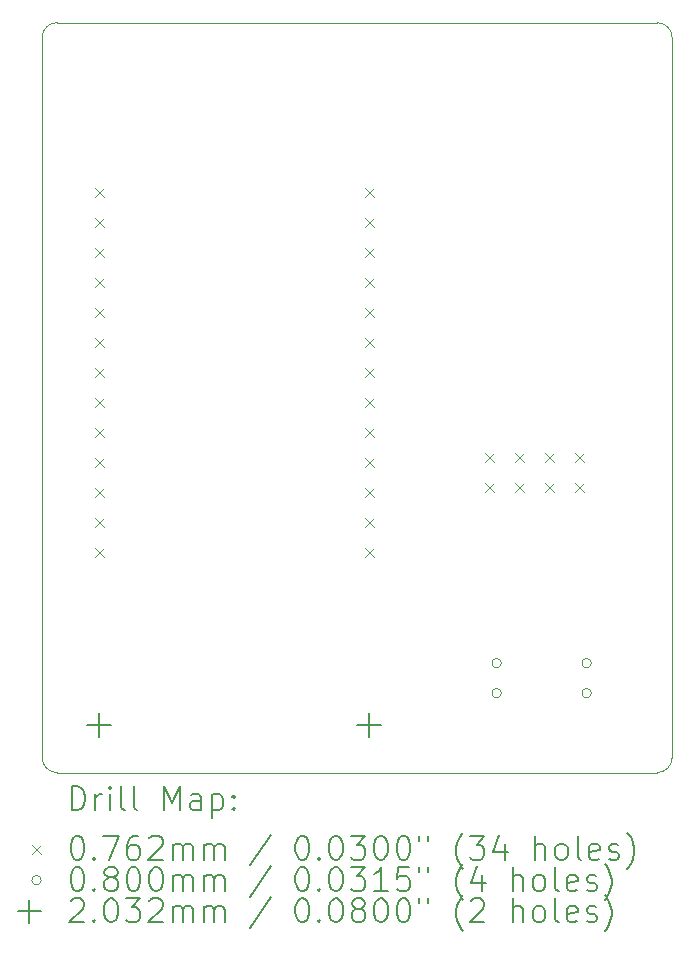
<source format=gbr>
%FSLAX45Y45*%
G04 Gerber Fmt 4.5, Leading zero omitted, Abs format (unit mm)*
G04 Created by KiCad (PCBNEW 5.99.0-unknown-9f841da98e~134~ubuntu20.04.1) date 2021-11-20 11:12:31*
%MOMM*%
%LPD*%
G01*
G04 APERTURE LIST*
%TA.AperFunction,Profile*%
%ADD10C,0.050000*%
%TD*%
%ADD11C,0.200000*%
%ADD12C,0.076200*%
%ADD13C,0.080000*%
%ADD14C,0.203200*%
G04 APERTURE END LIST*
D10*
X9271000Y-11303000D02*
X9271000Y-5207000D01*
X14478000Y-5080000D02*
G75*
G02*
X14605000Y-5207000I0J-127000D01*
G01*
X14605000Y-5207000D02*
X14605000Y-11303000D01*
X14605000Y-11303000D02*
G75*
G02*
X14478000Y-11430000I-127000J0D01*
G01*
X9398000Y-5080000D02*
X14478000Y-5080000D01*
X14478000Y-11430000D02*
X9398000Y-11430000D01*
X9398000Y-11430000D02*
G75*
G02*
X9271000Y-11303000I0J127000D01*
G01*
X9271000Y-5207000D02*
G75*
G02*
X9398000Y-5080000I127000J0D01*
G01*
D11*
D12*
X9715500Y-6477000D02*
X9791700Y-6553200D01*
X9791700Y-6477000D02*
X9715500Y-6553200D01*
X9715500Y-6731000D02*
X9791700Y-6807200D01*
X9791700Y-6731000D02*
X9715500Y-6807200D01*
X9715500Y-6985000D02*
X9791700Y-7061200D01*
X9791700Y-6985000D02*
X9715500Y-7061200D01*
X9715500Y-7239000D02*
X9791700Y-7315200D01*
X9791700Y-7239000D02*
X9715500Y-7315200D01*
X9715500Y-7493000D02*
X9791700Y-7569200D01*
X9791700Y-7493000D02*
X9715500Y-7569200D01*
X9715500Y-7747000D02*
X9791700Y-7823200D01*
X9791700Y-7747000D02*
X9715500Y-7823200D01*
X9715500Y-8001000D02*
X9791700Y-8077200D01*
X9791700Y-8001000D02*
X9715500Y-8077200D01*
X9715500Y-8255000D02*
X9791700Y-8331200D01*
X9791700Y-8255000D02*
X9715500Y-8331200D01*
X9715500Y-8509000D02*
X9791700Y-8585200D01*
X9791700Y-8509000D02*
X9715500Y-8585200D01*
X9715500Y-8763000D02*
X9791700Y-8839200D01*
X9791700Y-8763000D02*
X9715500Y-8839200D01*
X9715500Y-9017000D02*
X9791700Y-9093200D01*
X9791700Y-9017000D02*
X9715500Y-9093200D01*
X9715500Y-9271000D02*
X9791700Y-9347200D01*
X9791700Y-9271000D02*
X9715500Y-9347200D01*
X9715500Y-9525000D02*
X9791700Y-9601200D01*
X9791700Y-9525000D02*
X9715500Y-9601200D01*
X12001500Y-6477000D02*
X12077700Y-6553200D01*
X12077700Y-6477000D02*
X12001500Y-6553200D01*
X12001500Y-6731000D02*
X12077700Y-6807200D01*
X12077700Y-6731000D02*
X12001500Y-6807200D01*
X12001500Y-6985000D02*
X12077700Y-7061200D01*
X12077700Y-6985000D02*
X12001500Y-7061200D01*
X12001500Y-7239000D02*
X12077700Y-7315200D01*
X12077700Y-7239000D02*
X12001500Y-7315200D01*
X12001500Y-7493000D02*
X12077700Y-7569200D01*
X12077700Y-7493000D02*
X12001500Y-7569200D01*
X12001500Y-7747000D02*
X12077700Y-7823200D01*
X12077700Y-7747000D02*
X12001500Y-7823200D01*
X12001500Y-8001000D02*
X12077700Y-8077200D01*
X12077700Y-8001000D02*
X12001500Y-8077200D01*
X12001500Y-8255000D02*
X12077700Y-8331200D01*
X12077700Y-8255000D02*
X12001500Y-8331200D01*
X12001500Y-8509000D02*
X12077700Y-8585200D01*
X12077700Y-8509000D02*
X12001500Y-8585200D01*
X12001500Y-8763000D02*
X12077700Y-8839200D01*
X12077700Y-8763000D02*
X12001500Y-8839200D01*
X12001500Y-9017000D02*
X12077700Y-9093200D01*
X12077700Y-9017000D02*
X12001500Y-9093200D01*
X12001500Y-9271000D02*
X12077700Y-9347200D01*
X12077700Y-9271000D02*
X12001500Y-9347200D01*
X12001500Y-9525000D02*
X12077700Y-9601200D01*
X12077700Y-9525000D02*
X12001500Y-9601200D01*
X13017500Y-8724900D02*
X13093700Y-8801100D01*
X13093700Y-8724900D02*
X13017500Y-8801100D01*
X13017500Y-8978900D02*
X13093700Y-9055100D01*
X13093700Y-8978900D02*
X13017500Y-9055100D01*
X13271500Y-8724900D02*
X13347700Y-8801100D01*
X13347700Y-8724900D02*
X13271500Y-8801100D01*
X13271500Y-8978900D02*
X13347700Y-9055100D01*
X13347700Y-8978900D02*
X13271500Y-9055100D01*
X13525500Y-8724900D02*
X13601700Y-8801100D01*
X13601700Y-8724900D02*
X13525500Y-8801100D01*
X13525500Y-8978900D02*
X13601700Y-9055100D01*
X13601700Y-8978900D02*
X13525500Y-9055100D01*
X13779500Y-8724900D02*
X13855700Y-8801100D01*
X13855700Y-8724900D02*
X13779500Y-8801100D01*
X13779500Y-8978900D02*
X13855700Y-9055100D01*
X13855700Y-8978900D02*
X13779500Y-9055100D01*
D13*
X13159100Y-10502900D02*
G75*
G03*
X13159100Y-10502900I-40000J0D01*
G01*
X13159100Y-10756900D02*
G75*
G03*
X13159100Y-10756900I-40000J0D01*
G01*
X13921100Y-10502900D02*
G75*
G03*
X13921100Y-10502900I-40000J0D01*
G01*
X13921100Y-10756900D02*
G75*
G03*
X13921100Y-10756900I-40000J0D01*
G01*
D14*
X9753600Y-10922000D02*
X9753600Y-11125200D01*
X9652000Y-11023600D02*
X9855200Y-11023600D01*
X12039600Y-10922000D02*
X12039600Y-11125200D01*
X11938000Y-11023600D02*
X12141200Y-11023600D01*
D11*
X9521119Y-11747976D02*
X9521119Y-11547976D01*
X9568738Y-11547976D01*
X9597310Y-11557500D01*
X9616357Y-11576548D01*
X9625881Y-11595595D01*
X9635405Y-11633690D01*
X9635405Y-11662262D01*
X9625881Y-11700357D01*
X9616357Y-11719405D01*
X9597310Y-11738452D01*
X9568738Y-11747976D01*
X9521119Y-11747976D01*
X9721119Y-11747976D02*
X9721119Y-11614643D01*
X9721119Y-11652738D02*
X9730643Y-11633690D01*
X9740167Y-11624167D01*
X9759214Y-11614643D01*
X9778262Y-11614643D01*
X9844929Y-11747976D02*
X9844929Y-11614643D01*
X9844929Y-11547976D02*
X9835405Y-11557500D01*
X9844929Y-11567024D01*
X9854452Y-11557500D01*
X9844929Y-11547976D01*
X9844929Y-11567024D01*
X9968738Y-11747976D02*
X9949690Y-11738452D01*
X9940167Y-11719405D01*
X9940167Y-11547976D01*
X10073500Y-11747976D02*
X10054452Y-11738452D01*
X10044929Y-11719405D01*
X10044929Y-11547976D01*
X10302071Y-11747976D02*
X10302071Y-11547976D01*
X10368738Y-11690833D01*
X10435405Y-11547976D01*
X10435405Y-11747976D01*
X10616357Y-11747976D02*
X10616357Y-11643214D01*
X10606833Y-11624167D01*
X10587786Y-11614643D01*
X10549690Y-11614643D01*
X10530643Y-11624167D01*
X10616357Y-11738452D02*
X10597310Y-11747976D01*
X10549690Y-11747976D01*
X10530643Y-11738452D01*
X10521119Y-11719405D01*
X10521119Y-11700357D01*
X10530643Y-11681309D01*
X10549690Y-11671786D01*
X10597310Y-11671786D01*
X10616357Y-11662262D01*
X10711595Y-11614643D02*
X10711595Y-11814643D01*
X10711595Y-11624167D02*
X10730643Y-11614643D01*
X10768738Y-11614643D01*
X10787786Y-11624167D01*
X10797310Y-11633690D01*
X10806833Y-11652738D01*
X10806833Y-11709881D01*
X10797310Y-11728928D01*
X10787786Y-11738452D01*
X10768738Y-11747976D01*
X10730643Y-11747976D01*
X10711595Y-11738452D01*
X10892548Y-11728928D02*
X10902071Y-11738452D01*
X10892548Y-11747976D01*
X10883024Y-11738452D01*
X10892548Y-11728928D01*
X10892548Y-11747976D01*
X10892548Y-11624167D02*
X10902071Y-11633690D01*
X10892548Y-11643214D01*
X10883024Y-11633690D01*
X10892548Y-11624167D01*
X10892548Y-11643214D01*
D12*
X9187300Y-12039400D02*
X9263500Y-12115600D01*
X9263500Y-12039400D02*
X9187300Y-12115600D01*
D11*
X9559214Y-11967976D02*
X9578262Y-11967976D01*
X9597310Y-11977500D01*
X9606833Y-11987024D01*
X9616357Y-12006071D01*
X9625881Y-12044167D01*
X9625881Y-12091786D01*
X9616357Y-12129881D01*
X9606833Y-12148928D01*
X9597310Y-12158452D01*
X9578262Y-12167976D01*
X9559214Y-12167976D01*
X9540167Y-12158452D01*
X9530643Y-12148928D01*
X9521119Y-12129881D01*
X9511595Y-12091786D01*
X9511595Y-12044167D01*
X9521119Y-12006071D01*
X9530643Y-11987024D01*
X9540167Y-11977500D01*
X9559214Y-11967976D01*
X9711595Y-12148928D02*
X9721119Y-12158452D01*
X9711595Y-12167976D01*
X9702071Y-12158452D01*
X9711595Y-12148928D01*
X9711595Y-12167976D01*
X9787786Y-11967976D02*
X9921119Y-11967976D01*
X9835405Y-12167976D01*
X10083024Y-11967976D02*
X10044929Y-11967976D01*
X10025881Y-11977500D01*
X10016357Y-11987024D01*
X9997310Y-12015595D01*
X9987786Y-12053690D01*
X9987786Y-12129881D01*
X9997310Y-12148928D01*
X10006833Y-12158452D01*
X10025881Y-12167976D01*
X10063976Y-12167976D01*
X10083024Y-12158452D01*
X10092548Y-12148928D01*
X10102071Y-12129881D01*
X10102071Y-12082262D01*
X10092548Y-12063214D01*
X10083024Y-12053690D01*
X10063976Y-12044167D01*
X10025881Y-12044167D01*
X10006833Y-12053690D01*
X9997310Y-12063214D01*
X9987786Y-12082262D01*
X10178262Y-11987024D02*
X10187786Y-11977500D01*
X10206833Y-11967976D01*
X10254452Y-11967976D01*
X10273500Y-11977500D01*
X10283024Y-11987024D01*
X10292548Y-12006071D01*
X10292548Y-12025119D01*
X10283024Y-12053690D01*
X10168738Y-12167976D01*
X10292548Y-12167976D01*
X10378262Y-12167976D02*
X10378262Y-12034643D01*
X10378262Y-12053690D02*
X10387786Y-12044167D01*
X10406833Y-12034643D01*
X10435405Y-12034643D01*
X10454452Y-12044167D01*
X10463976Y-12063214D01*
X10463976Y-12167976D01*
X10463976Y-12063214D02*
X10473500Y-12044167D01*
X10492548Y-12034643D01*
X10521119Y-12034643D01*
X10540167Y-12044167D01*
X10549690Y-12063214D01*
X10549690Y-12167976D01*
X10644929Y-12167976D02*
X10644929Y-12034643D01*
X10644929Y-12053690D02*
X10654452Y-12044167D01*
X10673500Y-12034643D01*
X10702071Y-12034643D01*
X10721119Y-12044167D01*
X10730643Y-12063214D01*
X10730643Y-12167976D01*
X10730643Y-12063214D02*
X10740167Y-12044167D01*
X10759214Y-12034643D01*
X10787786Y-12034643D01*
X10806833Y-12044167D01*
X10816357Y-12063214D01*
X10816357Y-12167976D01*
X11206833Y-11958452D02*
X11035405Y-12215595D01*
X11463976Y-11967976D02*
X11483024Y-11967976D01*
X11502071Y-11977500D01*
X11511595Y-11987024D01*
X11521119Y-12006071D01*
X11530643Y-12044167D01*
X11530643Y-12091786D01*
X11521119Y-12129881D01*
X11511595Y-12148928D01*
X11502071Y-12158452D01*
X11483024Y-12167976D01*
X11463976Y-12167976D01*
X11444928Y-12158452D01*
X11435405Y-12148928D01*
X11425881Y-12129881D01*
X11416357Y-12091786D01*
X11416357Y-12044167D01*
X11425881Y-12006071D01*
X11435405Y-11987024D01*
X11444928Y-11977500D01*
X11463976Y-11967976D01*
X11616357Y-12148928D02*
X11625881Y-12158452D01*
X11616357Y-12167976D01*
X11606833Y-12158452D01*
X11616357Y-12148928D01*
X11616357Y-12167976D01*
X11749690Y-11967976D02*
X11768738Y-11967976D01*
X11787786Y-11977500D01*
X11797309Y-11987024D01*
X11806833Y-12006071D01*
X11816357Y-12044167D01*
X11816357Y-12091786D01*
X11806833Y-12129881D01*
X11797309Y-12148928D01*
X11787786Y-12158452D01*
X11768738Y-12167976D01*
X11749690Y-12167976D01*
X11730643Y-12158452D01*
X11721119Y-12148928D01*
X11711595Y-12129881D01*
X11702071Y-12091786D01*
X11702071Y-12044167D01*
X11711595Y-12006071D01*
X11721119Y-11987024D01*
X11730643Y-11977500D01*
X11749690Y-11967976D01*
X11883024Y-11967976D02*
X12006833Y-11967976D01*
X11940167Y-12044167D01*
X11968738Y-12044167D01*
X11987786Y-12053690D01*
X11997309Y-12063214D01*
X12006833Y-12082262D01*
X12006833Y-12129881D01*
X11997309Y-12148928D01*
X11987786Y-12158452D01*
X11968738Y-12167976D01*
X11911595Y-12167976D01*
X11892548Y-12158452D01*
X11883024Y-12148928D01*
X12130643Y-11967976D02*
X12149690Y-11967976D01*
X12168738Y-11977500D01*
X12178262Y-11987024D01*
X12187786Y-12006071D01*
X12197309Y-12044167D01*
X12197309Y-12091786D01*
X12187786Y-12129881D01*
X12178262Y-12148928D01*
X12168738Y-12158452D01*
X12149690Y-12167976D01*
X12130643Y-12167976D01*
X12111595Y-12158452D01*
X12102071Y-12148928D01*
X12092548Y-12129881D01*
X12083024Y-12091786D01*
X12083024Y-12044167D01*
X12092548Y-12006071D01*
X12102071Y-11987024D01*
X12111595Y-11977500D01*
X12130643Y-11967976D01*
X12321119Y-11967976D02*
X12340167Y-11967976D01*
X12359214Y-11977500D01*
X12368738Y-11987024D01*
X12378262Y-12006071D01*
X12387786Y-12044167D01*
X12387786Y-12091786D01*
X12378262Y-12129881D01*
X12368738Y-12148928D01*
X12359214Y-12158452D01*
X12340167Y-12167976D01*
X12321119Y-12167976D01*
X12302071Y-12158452D01*
X12292548Y-12148928D01*
X12283024Y-12129881D01*
X12273500Y-12091786D01*
X12273500Y-12044167D01*
X12283024Y-12006071D01*
X12292548Y-11987024D01*
X12302071Y-11977500D01*
X12321119Y-11967976D01*
X12463976Y-11967976D02*
X12463976Y-12006071D01*
X12540167Y-11967976D02*
X12540167Y-12006071D01*
X12835405Y-12244167D02*
X12825881Y-12234643D01*
X12806833Y-12206071D01*
X12797309Y-12187024D01*
X12787786Y-12158452D01*
X12778262Y-12110833D01*
X12778262Y-12072738D01*
X12787786Y-12025119D01*
X12797309Y-11996548D01*
X12806833Y-11977500D01*
X12825881Y-11948928D01*
X12835405Y-11939405D01*
X12892548Y-11967976D02*
X13016357Y-11967976D01*
X12949690Y-12044167D01*
X12978262Y-12044167D01*
X12997309Y-12053690D01*
X13006833Y-12063214D01*
X13016357Y-12082262D01*
X13016357Y-12129881D01*
X13006833Y-12148928D01*
X12997309Y-12158452D01*
X12978262Y-12167976D01*
X12921119Y-12167976D01*
X12902071Y-12158452D01*
X12892548Y-12148928D01*
X13187786Y-12034643D02*
X13187786Y-12167976D01*
X13140167Y-11958452D02*
X13092548Y-12101309D01*
X13216357Y-12101309D01*
X13444928Y-12167976D02*
X13444928Y-11967976D01*
X13530643Y-12167976D02*
X13530643Y-12063214D01*
X13521119Y-12044167D01*
X13502071Y-12034643D01*
X13473500Y-12034643D01*
X13454452Y-12044167D01*
X13444928Y-12053690D01*
X13654452Y-12167976D02*
X13635405Y-12158452D01*
X13625881Y-12148928D01*
X13616357Y-12129881D01*
X13616357Y-12072738D01*
X13625881Y-12053690D01*
X13635405Y-12044167D01*
X13654452Y-12034643D01*
X13683024Y-12034643D01*
X13702071Y-12044167D01*
X13711595Y-12053690D01*
X13721119Y-12072738D01*
X13721119Y-12129881D01*
X13711595Y-12148928D01*
X13702071Y-12158452D01*
X13683024Y-12167976D01*
X13654452Y-12167976D01*
X13835405Y-12167976D02*
X13816357Y-12158452D01*
X13806833Y-12139405D01*
X13806833Y-11967976D01*
X13987786Y-12158452D02*
X13968738Y-12167976D01*
X13930643Y-12167976D01*
X13911595Y-12158452D01*
X13902071Y-12139405D01*
X13902071Y-12063214D01*
X13911595Y-12044167D01*
X13930643Y-12034643D01*
X13968738Y-12034643D01*
X13987786Y-12044167D01*
X13997309Y-12063214D01*
X13997309Y-12082262D01*
X13902071Y-12101309D01*
X14073500Y-12158452D02*
X14092548Y-12167976D01*
X14130643Y-12167976D01*
X14149690Y-12158452D01*
X14159214Y-12139405D01*
X14159214Y-12129881D01*
X14149690Y-12110833D01*
X14130643Y-12101309D01*
X14102071Y-12101309D01*
X14083024Y-12091786D01*
X14073500Y-12072738D01*
X14073500Y-12063214D01*
X14083024Y-12044167D01*
X14102071Y-12034643D01*
X14130643Y-12034643D01*
X14149690Y-12044167D01*
X14225881Y-12244167D02*
X14235405Y-12234643D01*
X14254452Y-12206071D01*
X14263976Y-12187024D01*
X14273500Y-12158452D01*
X14283024Y-12110833D01*
X14283024Y-12072738D01*
X14273500Y-12025119D01*
X14263976Y-11996548D01*
X14254452Y-11977500D01*
X14235405Y-11948928D01*
X14225881Y-11939405D01*
D13*
X9263500Y-12341500D02*
G75*
G03*
X9263500Y-12341500I-40000J0D01*
G01*
D11*
X9559214Y-12231976D02*
X9578262Y-12231976D01*
X9597310Y-12241500D01*
X9606833Y-12251024D01*
X9616357Y-12270071D01*
X9625881Y-12308167D01*
X9625881Y-12355786D01*
X9616357Y-12393881D01*
X9606833Y-12412928D01*
X9597310Y-12422452D01*
X9578262Y-12431976D01*
X9559214Y-12431976D01*
X9540167Y-12422452D01*
X9530643Y-12412928D01*
X9521119Y-12393881D01*
X9511595Y-12355786D01*
X9511595Y-12308167D01*
X9521119Y-12270071D01*
X9530643Y-12251024D01*
X9540167Y-12241500D01*
X9559214Y-12231976D01*
X9711595Y-12412928D02*
X9721119Y-12422452D01*
X9711595Y-12431976D01*
X9702071Y-12422452D01*
X9711595Y-12412928D01*
X9711595Y-12431976D01*
X9835405Y-12317690D02*
X9816357Y-12308167D01*
X9806833Y-12298643D01*
X9797310Y-12279595D01*
X9797310Y-12270071D01*
X9806833Y-12251024D01*
X9816357Y-12241500D01*
X9835405Y-12231976D01*
X9873500Y-12231976D01*
X9892548Y-12241500D01*
X9902071Y-12251024D01*
X9911595Y-12270071D01*
X9911595Y-12279595D01*
X9902071Y-12298643D01*
X9892548Y-12308167D01*
X9873500Y-12317690D01*
X9835405Y-12317690D01*
X9816357Y-12327214D01*
X9806833Y-12336738D01*
X9797310Y-12355786D01*
X9797310Y-12393881D01*
X9806833Y-12412928D01*
X9816357Y-12422452D01*
X9835405Y-12431976D01*
X9873500Y-12431976D01*
X9892548Y-12422452D01*
X9902071Y-12412928D01*
X9911595Y-12393881D01*
X9911595Y-12355786D01*
X9902071Y-12336738D01*
X9892548Y-12327214D01*
X9873500Y-12317690D01*
X10035405Y-12231976D02*
X10054452Y-12231976D01*
X10073500Y-12241500D01*
X10083024Y-12251024D01*
X10092548Y-12270071D01*
X10102071Y-12308167D01*
X10102071Y-12355786D01*
X10092548Y-12393881D01*
X10083024Y-12412928D01*
X10073500Y-12422452D01*
X10054452Y-12431976D01*
X10035405Y-12431976D01*
X10016357Y-12422452D01*
X10006833Y-12412928D01*
X9997310Y-12393881D01*
X9987786Y-12355786D01*
X9987786Y-12308167D01*
X9997310Y-12270071D01*
X10006833Y-12251024D01*
X10016357Y-12241500D01*
X10035405Y-12231976D01*
X10225881Y-12231976D02*
X10244929Y-12231976D01*
X10263976Y-12241500D01*
X10273500Y-12251024D01*
X10283024Y-12270071D01*
X10292548Y-12308167D01*
X10292548Y-12355786D01*
X10283024Y-12393881D01*
X10273500Y-12412928D01*
X10263976Y-12422452D01*
X10244929Y-12431976D01*
X10225881Y-12431976D01*
X10206833Y-12422452D01*
X10197310Y-12412928D01*
X10187786Y-12393881D01*
X10178262Y-12355786D01*
X10178262Y-12308167D01*
X10187786Y-12270071D01*
X10197310Y-12251024D01*
X10206833Y-12241500D01*
X10225881Y-12231976D01*
X10378262Y-12431976D02*
X10378262Y-12298643D01*
X10378262Y-12317690D02*
X10387786Y-12308167D01*
X10406833Y-12298643D01*
X10435405Y-12298643D01*
X10454452Y-12308167D01*
X10463976Y-12327214D01*
X10463976Y-12431976D01*
X10463976Y-12327214D02*
X10473500Y-12308167D01*
X10492548Y-12298643D01*
X10521119Y-12298643D01*
X10540167Y-12308167D01*
X10549690Y-12327214D01*
X10549690Y-12431976D01*
X10644929Y-12431976D02*
X10644929Y-12298643D01*
X10644929Y-12317690D02*
X10654452Y-12308167D01*
X10673500Y-12298643D01*
X10702071Y-12298643D01*
X10721119Y-12308167D01*
X10730643Y-12327214D01*
X10730643Y-12431976D01*
X10730643Y-12327214D02*
X10740167Y-12308167D01*
X10759214Y-12298643D01*
X10787786Y-12298643D01*
X10806833Y-12308167D01*
X10816357Y-12327214D01*
X10816357Y-12431976D01*
X11206833Y-12222452D02*
X11035405Y-12479595D01*
X11463976Y-12231976D02*
X11483024Y-12231976D01*
X11502071Y-12241500D01*
X11511595Y-12251024D01*
X11521119Y-12270071D01*
X11530643Y-12308167D01*
X11530643Y-12355786D01*
X11521119Y-12393881D01*
X11511595Y-12412928D01*
X11502071Y-12422452D01*
X11483024Y-12431976D01*
X11463976Y-12431976D01*
X11444928Y-12422452D01*
X11435405Y-12412928D01*
X11425881Y-12393881D01*
X11416357Y-12355786D01*
X11416357Y-12308167D01*
X11425881Y-12270071D01*
X11435405Y-12251024D01*
X11444928Y-12241500D01*
X11463976Y-12231976D01*
X11616357Y-12412928D02*
X11625881Y-12422452D01*
X11616357Y-12431976D01*
X11606833Y-12422452D01*
X11616357Y-12412928D01*
X11616357Y-12431976D01*
X11749690Y-12231976D02*
X11768738Y-12231976D01*
X11787786Y-12241500D01*
X11797309Y-12251024D01*
X11806833Y-12270071D01*
X11816357Y-12308167D01*
X11816357Y-12355786D01*
X11806833Y-12393881D01*
X11797309Y-12412928D01*
X11787786Y-12422452D01*
X11768738Y-12431976D01*
X11749690Y-12431976D01*
X11730643Y-12422452D01*
X11721119Y-12412928D01*
X11711595Y-12393881D01*
X11702071Y-12355786D01*
X11702071Y-12308167D01*
X11711595Y-12270071D01*
X11721119Y-12251024D01*
X11730643Y-12241500D01*
X11749690Y-12231976D01*
X11883024Y-12231976D02*
X12006833Y-12231976D01*
X11940167Y-12308167D01*
X11968738Y-12308167D01*
X11987786Y-12317690D01*
X11997309Y-12327214D01*
X12006833Y-12346262D01*
X12006833Y-12393881D01*
X11997309Y-12412928D01*
X11987786Y-12422452D01*
X11968738Y-12431976D01*
X11911595Y-12431976D01*
X11892548Y-12422452D01*
X11883024Y-12412928D01*
X12197309Y-12431976D02*
X12083024Y-12431976D01*
X12140167Y-12431976D02*
X12140167Y-12231976D01*
X12121119Y-12260548D01*
X12102071Y-12279595D01*
X12083024Y-12289119D01*
X12378262Y-12231976D02*
X12283024Y-12231976D01*
X12273500Y-12327214D01*
X12283024Y-12317690D01*
X12302071Y-12308167D01*
X12349690Y-12308167D01*
X12368738Y-12317690D01*
X12378262Y-12327214D01*
X12387786Y-12346262D01*
X12387786Y-12393881D01*
X12378262Y-12412928D01*
X12368738Y-12422452D01*
X12349690Y-12431976D01*
X12302071Y-12431976D01*
X12283024Y-12422452D01*
X12273500Y-12412928D01*
X12463976Y-12231976D02*
X12463976Y-12270071D01*
X12540167Y-12231976D02*
X12540167Y-12270071D01*
X12835405Y-12508167D02*
X12825881Y-12498643D01*
X12806833Y-12470071D01*
X12797309Y-12451024D01*
X12787786Y-12422452D01*
X12778262Y-12374833D01*
X12778262Y-12336738D01*
X12787786Y-12289119D01*
X12797309Y-12260548D01*
X12806833Y-12241500D01*
X12825881Y-12212928D01*
X12835405Y-12203405D01*
X12997309Y-12298643D02*
X12997309Y-12431976D01*
X12949690Y-12222452D02*
X12902071Y-12365309D01*
X13025881Y-12365309D01*
X13254452Y-12431976D02*
X13254452Y-12231976D01*
X13340167Y-12431976D02*
X13340167Y-12327214D01*
X13330643Y-12308167D01*
X13311595Y-12298643D01*
X13283024Y-12298643D01*
X13263976Y-12308167D01*
X13254452Y-12317690D01*
X13463976Y-12431976D02*
X13444928Y-12422452D01*
X13435405Y-12412928D01*
X13425881Y-12393881D01*
X13425881Y-12336738D01*
X13435405Y-12317690D01*
X13444928Y-12308167D01*
X13463976Y-12298643D01*
X13492548Y-12298643D01*
X13511595Y-12308167D01*
X13521119Y-12317690D01*
X13530643Y-12336738D01*
X13530643Y-12393881D01*
X13521119Y-12412928D01*
X13511595Y-12422452D01*
X13492548Y-12431976D01*
X13463976Y-12431976D01*
X13644928Y-12431976D02*
X13625881Y-12422452D01*
X13616357Y-12403405D01*
X13616357Y-12231976D01*
X13797309Y-12422452D02*
X13778262Y-12431976D01*
X13740167Y-12431976D01*
X13721119Y-12422452D01*
X13711595Y-12403405D01*
X13711595Y-12327214D01*
X13721119Y-12308167D01*
X13740167Y-12298643D01*
X13778262Y-12298643D01*
X13797309Y-12308167D01*
X13806833Y-12327214D01*
X13806833Y-12346262D01*
X13711595Y-12365309D01*
X13883024Y-12422452D02*
X13902071Y-12431976D01*
X13940167Y-12431976D01*
X13959214Y-12422452D01*
X13968738Y-12403405D01*
X13968738Y-12393881D01*
X13959214Y-12374833D01*
X13940167Y-12365309D01*
X13911595Y-12365309D01*
X13892548Y-12355786D01*
X13883024Y-12336738D01*
X13883024Y-12327214D01*
X13892548Y-12308167D01*
X13911595Y-12298643D01*
X13940167Y-12298643D01*
X13959214Y-12308167D01*
X14035405Y-12508167D02*
X14044928Y-12498643D01*
X14063976Y-12470071D01*
X14073500Y-12451024D01*
X14083024Y-12422452D01*
X14092548Y-12374833D01*
X14092548Y-12336738D01*
X14083024Y-12289119D01*
X14073500Y-12260548D01*
X14063976Y-12241500D01*
X14044928Y-12212928D01*
X14035405Y-12203405D01*
X9163500Y-12505500D02*
X9163500Y-12705500D01*
X9063500Y-12605500D02*
X9263500Y-12605500D01*
X9511595Y-12515024D02*
X9521119Y-12505500D01*
X9540167Y-12495976D01*
X9587786Y-12495976D01*
X9606833Y-12505500D01*
X9616357Y-12515024D01*
X9625881Y-12534071D01*
X9625881Y-12553119D01*
X9616357Y-12581690D01*
X9502071Y-12695976D01*
X9625881Y-12695976D01*
X9711595Y-12676928D02*
X9721119Y-12686452D01*
X9711595Y-12695976D01*
X9702071Y-12686452D01*
X9711595Y-12676928D01*
X9711595Y-12695976D01*
X9844929Y-12495976D02*
X9863976Y-12495976D01*
X9883024Y-12505500D01*
X9892548Y-12515024D01*
X9902071Y-12534071D01*
X9911595Y-12572167D01*
X9911595Y-12619786D01*
X9902071Y-12657881D01*
X9892548Y-12676928D01*
X9883024Y-12686452D01*
X9863976Y-12695976D01*
X9844929Y-12695976D01*
X9825881Y-12686452D01*
X9816357Y-12676928D01*
X9806833Y-12657881D01*
X9797310Y-12619786D01*
X9797310Y-12572167D01*
X9806833Y-12534071D01*
X9816357Y-12515024D01*
X9825881Y-12505500D01*
X9844929Y-12495976D01*
X9978262Y-12495976D02*
X10102071Y-12495976D01*
X10035405Y-12572167D01*
X10063976Y-12572167D01*
X10083024Y-12581690D01*
X10092548Y-12591214D01*
X10102071Y-12610262D01*
X10102071Y-12657881D01*
X10092548Y-12676928D01*
X10083024Y-12686452D01*
X10063976Y-12695976D01*
X10006833Y-12695976D01*
X9987786Y-12686452D01*
X9978262Y-12676928D01*
X10178262Y-12515024D02*
X10187786Y-12505500D01*
X10206833Y-12495976D01*
X10254452Y-12495976D01*
X10273500Y-12505500D01*
X10283024Y-12515024D01*
X10292548Y-12534071D01*
X10292548Y-12553119D01*
X10283024Y-12581690D01*
X10168738Y-12695976D01*
X10292548Y-12695976D01*
X10378262Y-12695976D02*
X10378262Y-12562643D01*
X10378262Y-12581690D02*
X10387786Y-12572167D01*
X10406833Y-12562643D01*
X10435405Y-12562643D01*
X10454452Y-12572167D01*
X10463976Y-12591214D01*
X10463976Y-12695976D01*
X10463976Y-12591214D02*
X10473500Y-12572167D01*
X10492548Y-12562643D01*
X10521119Y-12562643D01*
X10540167Y-12572167D01*
X10549690Y-12591214D01*
X10549690Y-12695976D01*
X10644929Y-12695976D02*
X10644929Y-12562643D01*
X10644929Y-12581690D02*
X10654452Y-12572167D01*
X10673500Y-12562643D01*
X10702071Y-12562643D01*
X10721119Y-12572167D01*
X10730643Y-12591214D01*
X10730643Y-12695976D01*
X10730643Y-12591214D02*
X10740167Y-12572167D01*
X10759214Y-12562643D01*
X10787786Y-12562643D01*
X10806833Y-12572167D01*
X10816357Y-12591214D01*
X10816357Y-12695976D01*
X11206833Y-12486452D02*
X11035405Y-12743595D01*
X11463976Y-12495976D02*
X11483024Y-12495976D01*
X11502071Y-12505500D01*
X11511595Y-12515024D01*
X11521119Y-12534071D01*
X11530643Y-12572167D01*
X11530643Y-12619786D01*
X11521119Y-12657881D01*
X11511595Y-12676928D01*
X11502071Y-12686452D01*
X11483024Y-12695976D01*
X11463976Y-12695976D01*
X11444928Y-12686452D01*
X11435405Y-12676928D01*
X11425881Y-12657881D01*
X11416357Y-12619786D01*
X11416357Y-12572167D01*
X11425881Y-12534071D01*
X11435405Y-12515024D01*
X11444928Y-12505500D01*
X11463976Y-12495976D01*
X11616357Y-12676928D02*
X11625881Y-12686452D01*
X11616357Y-12695976D01*
X11606833Y-12686452D01*
X11616357Y-12676928D01*
X11616357Y-12695976D01*
X11749690Y-12495976D02*
X11768738Y-12495976D01*
X11787786Y-12505500D01*
X11797309Y-12515024D01*
X11806833Y-12534071D01*
X11816357Y-12572167D01*
X11816357Y-12619786D01*
X11806833Y-12657881D01*
X11797309Y-12676928D01*
X11787786Y-12686452D01*
X11768738Y-12695976D01*
X11749690Y-12695976D01*
X11730643Y-12686452D01*
X11721119Y-12676928D01*
X11711595Y-12657881D01*
X11702071Y-12619786D01*
X11702071Y-12572167D01*
X11711595Y-12534071D01*
X11721119Y-12515024D01*
X11730643Y-12505500D01*
X11749690Y-12495976D01*
X11930643Y-12581690D02*
X11911595Y-12572167D01*
X11902071Y-12562643D01*
X11892548Y-12543595D01*
X11892548Y-12534071D01*
X11902071Y-12515024D01*
X11911595Y-12505500D01*
X11930643Y-12495976D01*
X11968738Y-12495976D01*
X11987786Y-12505500D01*
X11997309Y-12515024D01*
X12006833Y-12534071D01*
X12006833Y-12543595D01*
X11997309Y-12562643D01*
X11987786Y-12572167D01*
X11968738Y-12581690D01*
X11930643Y-12581690D01*
X11911595Y-12591214D01*
X11902071Y-12600738D01*
X11892548Y-12619786D01*
X11892548Y-12657881D01*
X11902071Y-12676928D01*
X11911595Y-12686452D01*
X11930643Y-12695976D01*
X11968738Y-12695976D01*
X11987786Y-12686452D01*
X11997309Y-12676928D01*
X12006833Y-12657881D01*
X12006833Y-12619786D01*
X11997309Y-12600738D01*
X11987786Y-12591214D01*
X11968738Y-12581690D01*
X12130643Y-12495976D02*
X12149690Y-12495976D01*
X12168738Y-12505500D01*
X12178262Y-12515024D01*
X12187786Y-12534071D01*
X12197309Y-12572167D01*
X12197309Y-12619786D01*
X12187786Y-12657881D01*
X12178262Y-12676928D01*
X12168738Y-12686452D01*
X12149690Y-12695976D01*
X12130643Y-12695976D01*
X12111595Y-12686452D01*
X12102071Y-12676928D01*
X12092548Y-12657881D01*
X12083024Y-12619786D01*
X12083024Y-12572167D01*
X12092548Y-12534071D01*
X12102071Y-12515024D01*
X12111595Y-12505500D01*
X12130643Y-12495976D01*
X12321119Y-12495976D02*
X12340167Y-12495976D01*
X12359214Y-12505500D01*
X12368738Y-12515024D01*
X12378262Y-12534071D01*
X12387786Y-12572167D01*
X12387786Y-12619786D01*
X12378262Y-12657881D01*
X12368738Y-12676928D01*
X12359214Y-12686452D01*
X12340167Y-12695976D01*
X12321119Y-12695976D01*
X12302071Y-12686452D01*
X12292548Y-12676928D01*
X12283024Y-12657881D01*
X12273500Y-12619786D01*
X12273500Y-12572167D01*
X12283024Y-12534071D01*
X12292548Y-12515024D01*
X12302071Y-12505500D01*
X12321119Y-12495976D01*
X12463976Y-12495976D02*
X12463976Y-12534071D01*
X12540167Y-12495976D02*
X12540167Y-12534071D01*
X12835405Y-12772167D02*
X12825881Y-12762643D01*
X12806833Y-12734071D01*
X12797309Y-12715024D01*
X12787786Y-12686452D01*
X12778262Y-12638833D01*
X12778262Y-12600738D01*
X12787786Y-12553119D01*
X12797309Y-12524548D01*
X12806833Y-12505500D01*
X12825881Y-12476928D01*
X12835405Y-12467405D01*
X12902071Y-12515024D02*
X12911595Y-12505500D01*
X12930643Y-12495976D01*
X12978262Y-12495976D01*
X12997309Y-12505500D01*
X13006833Y-12515024D01*
X13016357Y-12534071D01*
X13016357Y-12553119D01*
X13006833Y-12581690D01*
X12892548Y-12695976D01*
X13016357Y-12695976D01*
X13254452Y-12695976D02*
X13254452Y-12495976D01*
X13340167Y-12695976D02*
X13340167Y-12591214D01*
X13330643Y-12572167D01*
X13311595Y-12562643D01*
X13283024Y-12562643D01*
X13263976Y-12572167D01*
X13254452Y-12581690D01*
X13463976Y-12695976D02*
X13444928Y-12686452D01*
X13435405Y-12676928D01*
X13425881Y-12657881D01*
X13425881Y-12600738D01*
X13435405Y-12581690D01*
X13444928Y-12572167D01*
X13463976Y-12562643D01*
X13492548Y-12562643D01*
X13511595Y-12572167D01*
X13521119Y-12581690D01*
X13530643Y-12600738D01*
X13530643Y-12657881D01*
X13521119Y-12676928D01*
X13511595Y-12686452D01*
X13492548Y-12695976D01*
X13463976Y-12695976D01*
X13644928Y-12695976D02*
X13625881Y-12686452D01*
X13616357Y-12667405D01*
X13616357Y-12495976D01*
X13797309Y-12686452D02*
X13778262Y-12695976D01*
X13740167Y-12695976D01*
X13721119Y-12686452D01*
X13711595Y-12667405D01*
X13711595Y-12591214D01*
X13721119Y-12572167D01*
X13740167Y-12562643D01*
X13778262Y-12562643D01*
X13797309Y-12572167D01*
X13806833Y-12591214D01*
X13806833Y-12610262D01*
X13711595Y-12629309D01*
X13883024Y-12686452D02*
X13902071Y-12695976D01*
X13940167Y-12695976D01*
X13959214Y-12686452D01*
X13968738Y-12667405D01*
X13968738Y-12657881D01*
X13959214Y-12638833D01*
X13940167Y-12629309D01*
X13911595Y-12629309D01*
X13892548Y-12619786D01*
X13883024Y-12600738D01*
X13883024Y-12591214D01*
X13892548Y-12572167D01*
X13911595Y-12562643D01*
X13940167Y-12562643D01*
X13959214Y-12572167D01*
X14035405Y-12772167D02*
X14044928Y-12762643D01*
X14063976Y-12734071D01*
X14073500Y-12715024D01*
X14083024Y-12686452D01*
X14092548Y-12638833D01*
X14092548Y-12600738D01*
X14083024Y-12553119D01*
X14073500Y-12524548D01*
X14063976Y-12505500D01*
X14044928Y-12476928D01*
X14035405Y-12467405D01*
M02*

</source>
